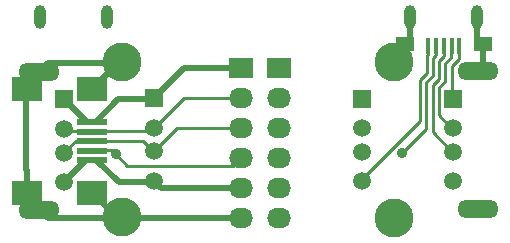
<source format=gtl>
G04 #@! TF.FileFunction,Copper,L1,Top,Signal*
%FSLAX46Y46*%
G04 Gerber Fmt 4.6, Leading zero omitted, Abs format (unit mm)*
G04 Created by KiCad (PCBNEW (2015-01-08 BZR 5360)-product) date 2015-02-07T22:59:37 CET*
%MOMM*%
G01*
G04 APERTURE LIST*
%ADD10C,0.100000*%
%ADD11R,2.032000X1.727200*%
%ADD12O,2.032000X1.727200*%
%ADD13R,1.500000X1.500000*%
%ADD14C,1.500000*%
%ADD15C,3.300000*%
%ADD16O,3.500000X1.500000*%
%ADD17R,2.500000X0.500000*%
%ADD18R,2.500000X2.000000*%
%ADD19O,1.000000X2.000000*%
%ADD20R,0.400000X1.350000*%
%ADD21R,1.600000X1.200000*%
%ADD22C,0.889000*%
%ADD23C,0.508000*%
%ADD24C,0.254000*%
G04 APERTURE END LIST*
D10*
D11*
X80010000Y-66675000D03*
D12*
X80010000Y-69215000D03*
X80010000Y-71755000D03*
X80010000Y-74295000D03*
X80010000Y-76835000D03*
X80010000Y-79375000D03*
D11*
X83185000Y-66675000D03*
D12*
X83185000Y-69215000D03*
X83185000Y-71755000D03*
X83185000Y-74295000D03*
X83185000Y-76835000D03*
X83185000Y-79375000D03*
D13*
X72600000Y-69250000D03*
D14*
X72600000Y-71750000D03*
X72600000Y-73750000D03*
X72600000Y-76250000D03*
D15*
X69890000Y-79321000D03*
X69890000Y-66179000D03*
D13*
X90200000Y-69300000D03*
D14*
X90200000Y-71800000D03*
X90200000Y-73800000D03*
X90200000Y-76300000D03*
D15*
X92910000Y-79371000D03*
X92910000Y-66229000D03*
D14*
X97900000Y-76300000D03*
X97900000Y-73800000D03*
X97900000Y-71800000D03*
D13*
X97900000Y-69300000D03*
D16*
X100000000Y-66950000D03*
X100000000Y-78650000D03*
D14*
X65000000Y-76350000D03*
X65000000Y-73850000D03*
X65000000Y-71850000D03*
D13*
X65000000Y-69350000D03*
D16*
X62900000Y-67000000D03*
X62900000Y-78700000D03*
D17*
X67350000Y-71300000D03*
X67350000Y-72100000D03*
X67350000Y-72900000D03*
X67350000Y-73700000D03*
X67350000Y-74500000D03*
D18*
X61850000Y-77300000D03*
X67350000Y-77300000D03*
X67350000Y-68500000D03*
X61850000Y-68500000D03*
D19*
X94325000Y-62400000D03*
D20*
X98450000Y-64800000D03*
X97800000Y-64800000D03*
X97150000Y-64800000D03*
X96500000Y-64800000D03*
X95850000Y-64800000D03*
D19*
X99975000Y-62400000D03*
D21*
X100450000Y-64650000D03*
X93850000Y-64650000D03*
D19*
X68625000Y-62400000D03*
X62975000Y-62400000D03*
D22*
X69367400Y-74011600D03*
X93599000Y-73914000D03*
D23*
X80010000Y-66675000D02*
X75175000Y-66675000D01*
X75175000Y-66675000D02*
X72600000Y-69250000D01*
X66935000Y-71266800D02*
X65005000Y-69336800D01*
X72625000Y-69336800D02*
X69597200Y-69336800D01*
X67667200Y-71266800D02*
X67395000Y-71266800D01*
X69597200Y-69336800D02*
X67667200Y-71266800D01*
X67395000Y-71266800D02*
X66935000Y-71266800D01*
D24*
X80010000Y-69215000D02*
X75135000Y-69215000D01*
X75135000Y-69215000D02*
X72600000Y-71750000D01*
X67395000Y-72066800D02*
X72395000Y-72066800D01*
X72395000Y-72066800D02*
X72625000Y-71836800D01*
X65235000Y-72066800D02*
X65005000Y-71836800D01*
X67395000Y-72066800D02*
X65235000Y-72066800D01*
X80010000Y-71755000D02*
X74595000Y-71755000D01*
X74595000Y-71755000D02*
X72600000Y-73750000D01*
X67395000Y-72866800D02*
X71655000Y-72866800D01*
X67395000Y-72866800D02*
X65975000Y-72866800D01*
X71655000Y-72866800D02*
X72625000Y-73836800D01*
X65975000Y-72866800D02*
X65005000Y-73836800D01*
D23*
X80010000Y-76835000D02*
X73185000Y-76835000D01*
X73185000Y-76835000D02*
X72600000Y-76250000D01*
X67739800Y-74466800D02*
X67395000Y-74466800D01*
X69609800Y-76336800D02*
X67739800Y-74466800D01*
X67395000Y-74466800D02*
X66875000Y-74466800D01*
X66875000Y-74466800D02*
X65005000Y-76336800D01*
X72625000Y-76336800D02*
X69609800Y-76336800D01*
X61850000Y-77300000D02*
X61850000Y-75350000D01*
X61800000Y-75300000D02*
X61800000Y-68550000D01*
X61850000Y-75350000D02*
X61800000Y-75300000D01*
X61800000Y-68550000D02*
X61850000Y-68500000D01*
X80010000Y-79375000D02*
X69944000Y-79375000D01*
X69944000Y-79375000D02*
X69890000Y-79321000D01*
D24*
X70132200Y-79625000D02*
X69915000Y-79407800D01*
D23*
X69596000Y-66265800D02*
X67395000Y-68466800D01*
X69915000Y-66265800D02*
X69596000Y-66265800D01*
X61895000Y-67996800D02*
X62905000Y-66986800D01*
X61895000Y-68466800D02*
X61895000Y-67996800D01*
X63626000Y-79407800D02*
X62905000Y-78686800D01*
X69915000Y-79407800D02*
X63626000Y-79407800D01*
X69536000Y-79407800D02*
X67395000Y-77266800D01*
X69915000Y-79407800D02*
X69536000Y-79407800D01*
X62905000Y-78276800D02*
X61895000Y-77266800D01*
X62905000Y-78686800D02*
X62905000Y-78276800D01*
X63626000Y-66265800D02*
X62905000Y-66986800D01*
X69915000Y-66265800D02*
X63626000Y-66265800D01*
D24*
X69367400Y-74011600D02*
X69367400Y-74017400D01*
X79305000Y-75000000D02*
X80010000Y-74295000D01*
X70350000Y-75000000D02*
X79305000Y-75000000D01*
X69367400Y-74017400D02*
X70350000Y-75000000D01*
X67395000Y-73666800D02*
X69022600Y-73666800D01*
X69022600Y-73666800D02*
X69367400Y-74011600D01*
X79476600Y-74828400D02*
X80010000Y-74295000D01*
X97815400Y-69274700D02*
X97865000Y-69324300D01*
X97815400Y-66522600D02*
X97815400Y-69274700D01*
X98445000Y-65893000D02*
X97815400Y-66522600D01*
X98445000Y-64804300D02*
X98445000Y-65893000D01*
X97795000Y-64804300D02*
X97795000Y-65806400D01*
X97795000Y-65806400D02*
X97282000Y-66319400D01*
X97282000Y-66319400D02*
X97282000Y-67792600D01*
X97282000Y-67792600D02*
X96723200Y-68351400D01*
X96723200Y-70682500D02*
X97865000Y-71824300D01*
X96723200Y-68351400D02*
X96723200Y-70682500D01*
X97145000Y-64804300D02*
X97145000Y-65694400D01*
X97145000Y-65694400D02*
X96748600Y-66090800D01*
X96748600Y-66090800D02*
X96748600Y-67589400D01*
X96748600Y-67589400D02*
X96189800Y-68148200D01*
X96189800Y-68148200D02*
X96189800Y-72149100D01*
X96189800Y-72149100D02*
X97865000Y-73824300D01*
X90245000Y-76074200D02*
X90245000Y-76324300D01*
X95123000Y-71196200D02*
X90245000Y-76074200D01*
X95123000Y-67691000D02*
X95123000Y-71196200D01*
X95845000Y-65495800D02*
X95681800Y-65659000D01*
X95681800Y-65659000D02*
X95681800Y-67132200D01*
X95845000Y-64804300D02*
X95845000Y-65495800D01*
X95681800Y-67132200D02*
X95123000Y-67691000D01*
D23*
X94320000Y-64179300D02*
X93845000Y-64654300D01*
X94320000Y-62404300D02*
X94320000Y-64179300D01*
X93845000Y-65363300D02*
X92955000Y-66253300D01*
X93845000Y-64654300D02*
X93845000Y-65363300D01*
X99970000Y-64179300D02*
X100445000Y-64654300D01*
X99970000Y-62404300D02*
X99970000Y-64179300D01*
X100445000Y-66494300D02*
X99965000Y-66974300D01*
X100445000Y-64654300D02*
X100445000Y-66494300D01*
D24*
X95656400Y-67919600D02*
X95656400Y-71856600D01*
X96495000Y-65582400D02*
X96215200Y-65862200D01*
X96215200Y-65862200D02*
X96215200Y-67360800D01*
X96215200Y-67360800D02*
X95656400Y-67919600D01*
X96495000Y-64804300D02*
X96495000Y-65582400D01*
X95656400Y-71856600D02*
X93599000Y-73914000D01*
M02*

</source>
